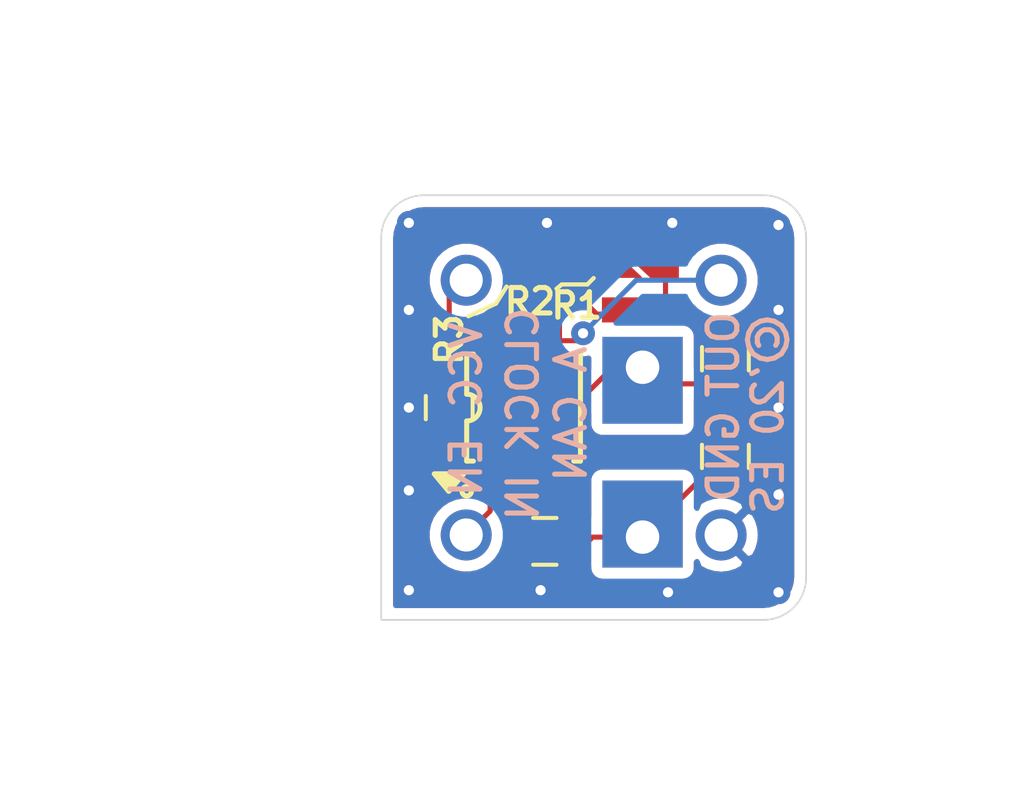
<source format=kicad_pcb>
(kicad_pcb (version 20171130) (host pcbnew "(5.1.0)-1")

  (general
    (thickness 1.6)
    (drawings 28)
    (tracks 60)
    (zones 0)
    (modules 13)
    (nets 11)
  )

  (page A4)
  (title_block
    (title ClockInAHalfCan)
    (comment 1 "Copyright (C) 2020 Eric Schlaepfer")
    (comment 2 "License. See https://creativecommons.org/licenses/by-sa/4.0/")
    (comment 3 "This work is licensed under a Creative Commons Attribution-ShareAlike 4.0 International")
  )

  (layers
    (0 F.Cu signal)
    (31 B.Cu signal)
    (32 B.Adhes user)
    (33 F.Adhes user)
    (34 B.Paste user)
    (35 F.Paste user)
    (36 B.SilkS user)
    (37 F.SilkS user)
    (38 B.Mask user)
    (39 F.Mask user)
    (40 Dwgs.User user)
    (41 Cmts.User user)
    (42 Eco1.User user)
    (43 Eco2.User user)
    (44 Edge.Cuts user)
    (45 Margin user)
    (46 B.CrtYd user)
    (47 F.CrtYd user)
    (48 B.Fab user)
    (49 F.Fab user hide)
  )

  (setup
    (last_trace_width 0.1524)
    (user_trace_width 1.016)
    (trace_clearance 0.1524)
    (zone_clearance 0.3302)
    (zone_45_only no)
    (trace_min 0.1524)
    (via_size 0.7112)
    (via_drill 0.3048)
    (via_min_size 0.7112)
    (via_min_drill 0.3048)
    (uvia_size 0.3)
    (uvia_drill 0.1)
    (uvias_allowed no)
    (uvia_min_size 0.2)
    (uvia_min_drill 0.1)
    (edge_width 0.0508)
    (segment_width 0.1524)
    (pcb_text_width 0.3048)
    (pcb_text_size 1.524 1.524)
    (mod_edge_width 0.127)
    (mod_text_size 0.889 0.889)
    (mod_text_width 0.1524)
    (pad_size 1.524 1.524)
    (pad_drill 0.762)
    (pad_to_mask_clearance 0.0508)
    (solder_mask_min_width 0.254)
    (aux_axis_origin 0 0)
    (visible_elements 7FFFFFFF)
    (pcbplotparams
      (layerselection 0x010fc_ffffffff)
      (usegerberextensions false)
      (usegerberattributes false)
      (usegerberadvancedattributes false)
      (creategerberjobfile false)
      (excludeedgelayer true)
      (linewidth 0.100000)
      (plotframeref false)
      (viasonmask false)
      (mode 1)
      (useauxorigin false)
      (hpglpennumber 1)
      (hpglpenspeed 20)
      (hpglpendiameter 15.000000)
      (psnegative false)
      (psa4output false)
      (plotreference true)
      (plotvalue false)
      (plotinvisibletext false)
      (padsonsilk false)
      (subtractmaskfromsilk false)
      (outputformat 1)
      (mirror false)
      (drillshape 0)
      (scaleselection 1)
      (outputdirectory "fab"))
  )

  (net 0 "")
  (net 1 VCC)
  (net 2 GND)
  (net 3 "Net-(C2-Pad1)")
  (net 4 "Net-(C3-Pad1)")
  (net 5 "Net-(J1-Pad1)")
  (net 6 "Net-(J8-Pad1)")
  (net 7 "Net-(R1-Pad1)")
  (net 8 "Net-(R2-Pad1)")
  (net 9 "Net-(R3-Pad1)")
  (net 10 "Net-(R4-Pad1)")

  (net_class Default "This is the default net class."
    (clearance 0.1524)
    (trace_width 0.1524)
    (via_dia 0.7112)
    (via_drill 0.3048)
    (uvia_dia 0.3)
    (uvia_drill 0.1)
    (add_net GND)
    (add_net "Net-(C2-Pad1)")
    (add_net "Net-(C3-Pad1)")
    (add_net "Net-(J1-Pad1)")
    (add_net "Net-(J8-Pad1)")
    (add_net "Net-(R1-Pad1)")
    (add_net "Net-(R2-Pad1)")
    (add_net "Net-(R3-Pad1)")
    (add_net "Net-(R4-Pad1)")
    (add_net VCC)
  )

  (module Conn:JMP1608 (layer F.Cu) (tedit 5EEE7A93) (tstamp 5EEE7B26)
    (at 131.8895 78.2955)
    (descr "0603 size solder jumper")
    (tags "solder jumper test point")
    (path /5FBCE949)
    (attr smd)
    (fp_text reference R3 (at -2.8575 2.2225 90) (layer F.SilkS)
      (effects (font (size 0.762 0.762) (thickness 0.1524)))
    )
    (fp_text value TBD (at 0 1.5) (layer F.Fab)
      (effects (font (size 1 1) (thickness 0.15)))
    )
    (fp_poly (pts (xy -0.381 -0.3556) (xy 0.381 -0.3556) (xy 0.381 0.3556) (xy -0.381 0.3556)) (layer F.Mask) (width 0.0381))
    (fp_poly (pts (xy 0.4572 -0.3556) (xy 0.3048 -0.3556) (xy -0.0762 0) (xy 0.3048 0.3556)
      (xy 0.4572 0.3556)) (layer F.Cu) (width 0.0381))
    (fp_poly (pts (xy -0.4826 -0.3556) (xy 0.0254 -0.3556) (xy -0.3556 0) (xy 0.0254 0.3556)
      (xy -0.4826 0.3556)) (layer F.Cu) (width 0.0381))
    (fp_line (start -0.8 0.4) (end -0.8 -0.4) (layer F.Fab) (width 0.1))
    (fp_line (start 0.8 0.4) (end -0.8 0.4) (layer F.Fab) (width 0.1))
    (fp_line (start 0.8 -0.4) (end 0.8 0.4) (layer F.Fab) (width 0.1))
    (fp_line (start -0.8 -0.4) (end 0.8 -0.4) (layer F.Fab) (width 0.1))
    (fp_line (start -1.2 -0.45) (end 1.2 -0.45) (layer F.CrtYd) (width 0.05))
    (fp_line (start -1.2 -0.45) (end -1.2 0.45) (layer F.CrtYd) (width 0.05))
    (fp_line (start 1.2 0.45) (end 1.2 -0.45) (layer F.CrtYd) (width 0.05))
    (fp_line (start 1.2 0.45) (end -1.2 0.45) (layer F.CrtYd) (width 0.05))
    (pad 1 smd custom (at -0.75 0) (size 0.8 0.75) (layers F.Cu F.Mask)
      (net 9 "Net-(R3-Pad1)") (zone_connect 0)
      (options (clearance outline) (anchor rect))
      (primitives
      ))
    (pad 2 smd custom (at 0.75 0) (size 0.8 0.75) (layers F.Cu F.Mask)
      (net 2 GND) (zone_connect 0)
      (options (clearance outline) (anchor rect))
      (primitives
      ))
    (model Capacitors_SMD.3dshapes/C_0603.wrl
      (at (xyz 0 0 0))
      (scale (xyz 1 1 1))
      (rotate (xyz 0 0 0))
    )
  )

  (module Conn:JMP1608 (layer F.Cu) (tedit 5EEE7A93) (tstamp 5EEE7B06)
    (at 134.747 79.629)
    (descr "0603 size solder jumper")
    (tags "solder jumper test point")
    (path /5FBCF39E)
    (attr smd)
    (fp_text reference R1 (at -1.905 -0.127) (layer F.SilkS)
      (effects (font (size 0.762 0.762) (thickness 0.1524)))
    )
    (fp_text value TBD (at 0 1.5) (layer F.Fab)
      (effects (font (size 1 1) (thickness 0.15)))
    )
    (fp_poly (pts (xy -0.381 -0.3556) (xy 0.381 -0.3556) (xy 0.381 0.3556) (xy -0.381 0.3556)) (layer F.Mask) (width 0.0381))
    (fp_poly (pts (xy 0.4572 -0.3556) (xy 0.3048 -0.3556) (xy -0.0762 0) (xy 0.3048 0.3556)
      (xy 0.4572 0.3556)) (layer F.Cu) (width 0.0381))
    (fp_poly (pts (xy -0.4826 -0.3556) (xy 0.0254 -0.3556) (xy -0.3556 0) (xy 0.0254 0.3556)
      (xy -0.4826 0.3556)) (layer F.Cu) (width 0.0381))
    (fp_line (start -0.8 0.4) (end -0.8 -0.4) (layer F.Fab) (width 0.1))
    (fp_line (start 0.8 0.4) (end -0.8 0.4) (layer F.Fab) (width 0.1))
    (fp_line (start 0.8 -0.4) (end 0.8 0.4) (layer F.Fab) (width 0.1))
    (fp_line (start -0.8 -0.4) (end 0.8 -0.4) (layer F.Fab) (width 0.1))
    (fp_line (start -1.2 -0.45) (end 1.2 -0.45) (layer F.CrtYd) (width 0.05))
    (fp_line (start -1.2 -0.45) (end -1.2 0.45) (layer F.CrtYd) (width 0.05))
    (fp_line (start 1.2 0.45) (end 1.2 -0.45) (layer F.CrtYd) (width 0.05))
    (fp_line (start 1.2 0.45) (end -1.2 0.45) (layer F.CrtYd) (width 0.05))
    (pad 1 smd custom (at -0.75 0) (size 0.8 0.75) (layers F.Cu F.Mask)
      (net 7 "Net-(R1-Pad1)") (zone_connect 0)
      (options (clearance outline) (anchor rect))
      (primitives
      ))
    (pad 2 smd custom (at 0.75 0) (size 0.8 0.75) (layers F.Cu F.Mask)
      (net 2 GND) (zone_connect 0)
      (options (clearance outline) (anchor rect))
      (primitives
      ))
    (model Capacitors_SMD.3dshapes/C_0603.wrl
      (at (xyz 0 0 0))
      (scale (xyz 1 1 1))
      (rotate (xyz 0 0 0))
    )
  )

  (module Conn:JMP1608 (layer F.Cu) (tedit 5EEE7A93) (tstamp 5EEE7B16)
    (at 134.747 78.2955)
    (descr "0603 size solder jumper")
    (tags "solder jumper test point")
    (path /5FBCF1CB)
    (attr smd)
    (fp_text reference R2 (at -3.302 1.0795) (layer F.SilkS)
      (effects (font (size 0.762 0.762) (thickness 0.1524)))
    )
    (fp_text value TBD (at 0 1.5) (layer F.Fab)
      (effects (font (size 1 1) (thickness 0.15)))
    )
    (fp_poly (pts (xy -0.381 -0.3556) (xy 0.381 -0.3556) (xy 0.381 0.3556) (xy -0.381 0.3556)) (layer F.Mask) (width 0.0381))
    (fp_poly (pts (xy 0.4572 -0.3556) (xy 0.3048 -0.3556) (xy -0.0762 0) (xy 0.3048 0.3556)
      (xy 0.4572 0.3556)) (layer F.Cu) (width 0.0381))
    (fp_poly (pts (xy -0.4826 -0.3556) (xy 0.0254 -0.3556) (xy -0.3556 0) (xy 0.0254 0.3556)
      (xy -0.4826 0.3556)) (layer F.Cu) (width 0.0381))
    (fp_line (start -0.8 0.4) (end -0.8 -0.4) (layer F.Fab) (width 0.1))
    (fp_line (start 0.8 0.4) (end -0.8 0.4) (layer F.Fab) (width 0.1))
    (fp_line (start 0.8 -0.4) (end 0.8 0.4) (layer F.Fab) (width 0.1))
    (fp_line (start -0.8 -0.4) (end 0.8 -0.4) (layer F.Fab) (width 0.1))
    (fp_line (start -1.2 -0.45) (end 1.2 -0.45) (layer F.CrtYd) (width 0.05))
    (fp_line (start -1.2 -0.45) (end -1.2 0.45) (layer F.CrtYd) (width 0.05))
    (fp_line (start 1.2 0.45) (end 1.2 -0.45) (layer F.CrtYd) (width 0.05))
    (fp_line (start 1.2 0.45) (end -1.2 0.45) (layer F.CrtYd) (width 0.05))
    (pad 1 smd custom (at -0.75 0) (size 0.8 0.75) (layers F.Cu F.Mask)
      (net 8 "Net-(R2-Pad1)") (zone_connect 0)
      (options (clearance outline) (anchor rect))
      (primitives
      ))
    (pad 2 smd custom (at 0.75 0) (size 0.8 0.75) (layers F.Cu F.Mask)
      (net 2 GND) (zone_connect 0)
      (options (clearance outline) (anchor rect))
      (primitives
      ))
    (model Capacitors_SMD.3dshapes/C_0603.wrl
      (at (xyz 0 0 0))
      (scale (xyz 1 1 1))
      (rotate (xyz 0 0 0))
    )
  )

  (module Conn:MILL-MAX_0542-0-00-15-00-00-03-0 (layer F.Cu) (tedit 5EEE6BC7) (tstamp 5EEE6D6B)
    (at 129.54 86.36)
    (path /5FBD6A80)
    (fp_text reference J1 (at 0 -1.524) (layer F.SilkS) hide
      (effects (font (size 1 1) (thickness 0.15)))
    )
    (fp_text value EN (at 0 1.778) (layer F.Fab)
      (effects (font (size 1 1) (thickness 0.15)))
    )
    (pad 1 thru_hole circle (at 0 0) (size 1.524 1.524) (drill 0.9906) (layers *.Cu *.Mask)
      (net 5 "Net-(J1-Pad1)"))
    (model :3d:mill_max-0542-0-00-15-00-00-03-0.STEP
      (offset (xyz 0 0 0.35))
      (scale (xyz 1 1 1))
      (rotate (xyz -90 0 0))
    )
  )

  (module Conn:MILL-MAX_0542-0-00-15-00-00-03-0 (layer F.Cu) (tedit 5EEE6BC7) (tstamp 5EEE6D70)
    (at 137.16 86.36)
    (path /5FBD7862)
    (fp_text reference J7 (at 0 -1.524) (layer F.SilkS) hide
      (effects (font (size 1 1) (thickness 0.15)))
    )
    (fp_text value GND (at 0 1.778) (layer F.Fab)
      (effects (font (size 1 1) (thickness 0.15)))
    )
    (pad 1 thru_hole circle (at 0 0) (size 1.524 1.524) (drill 0.9906) (layers *.Cu *.Mask)
      (net 2 GND))
    (model :3d:mill_max-0542-0-00-15-00-00-03-0.STEP
      (offset (xyz 0 0 0.35))
      (scale (xyz 1 1 1))
      (rotate (xyz -90 0 0))
    )
  )

  (module Conn:MILL-MAX_0542-0-00-15-00-00-03-0 (layer F.Cu) (tedit 5EEE6BC7) (tstamp 5EEE6D75)
    (at 137.16 78.74)
    (path /5FBD9303)
    (fp_text reference J8 (at 0 -1.524) (layer F.SilkS) hide
      (effects (font (size 1 1) (thickness 0.15)))
    )
    (fp_text value OUT (at 0 1.778) (layer F.Fab)
      (effects (font (size 1 1) (thickness 0.15)))
    )
    (pad 1 thru_hole circle (at 0 0) (size 1.524 1.524) (drill 0.9906) (layers *.Cu *.Mask)
      (net 6 "Net-(J8-Pad1)"))
    (model :3d:mill_max-0542-0-00-15-00-00-03-0.STEP
      (offset (xyz 0 0 0.35))
      (scale (xyz 1 1 1))
      (rotate (xyz -90 0 0))
    )
  )

  (module Conn:MILL-MAX_0542-0-00-15-00-00-03-0 (layer F.Cu) (tedit 5EEE6BC7) (tstamp 5EEE6D7A)
    (at 129.54 78.74)
    (path /5FBD97DC)
    (fp_text reference J14 (at 0 -1.524) (layer F.SilkS) hide
      (effects (font (size 1 1) (thickness 0.15)))
    )
    (fp_text value VDD (at 0 1.778) (layer F.Fab)
      (effects (font (size 1 1) (thickness 0.15)))
    )
    (pad 1 thru_hole circle (at 0 0) (size 1.524 1.524) (drill 0.9906) (layers *.Cu *.Mask)
      (net 1 VCC))
    (model :3d:mill_max-0542-0-00-15-00-00-03-0.STEP
      (offset (xyz 0 0 0.35))
      (scale (xyz 1 1 1))
      (rotate (xyz -90 0 0))
    )
  )

  (module Passive:CAPC1608X100 (layer F.Cu) (tedit 5E77E73E) (tstamp 5EEE6D44)
    (at 129.032 82.55 270)
    (descr "Capacitor SMD 0603, reflow soldering, AVX (see smccp.pdf)")
    (tags "capacitor 0603")
    (path /5FBC7A8F)
    (attr smd)
    (fp_text reference C1 (at 2.159 0.1905 270) (layer F.SilkS) hide
      (effects (font (size 0.762 0.762) (thickness 0.1524)))
    )
    (fp_text value 0.1uF (at 0 1.5 270) (layer F.Fab)
      (effects (font (size 1 1) (thickness 0.15)))
    )
    (fp_text user %R (at 0 -1.5 270) (layer F.Fab)
      (effects (font (size 1 1) (thickness 0.15)))
    )
    (fp_line (start -0.8 0.4) (end -0.8 -0.4) (layer F.Fab) (width 0.1))
    (fp_line (start 0.8 0.4) (end -0.8 0.4) (layer F.Fab) (width 0.1))
    (fp_line (start 0.8 -0.4) (end 0.8 0.4) (layer F.Fab) (width 0.1))
    (fp_line (start -0.8 -0.4) (end 0.8 -0.4) (layer F.Fab) (width 0.1))
    (fp_line (start -0.35 -0.7) (end 0.35 -0.7) (layer F.SilkS) (width 0.12))
    (fp_line (start 0.35 0.7) (end -0.35 0.7) (layer F.SilkS) (width 0.12))
    (fp_line (start -1.4 -0.65) (end 1.4 -0.65) (layer F.CrtYd) (width 0.05))
    (fp_line (start -1.4 -0.65) (end -1.4 0.65) (layer F.CrtYd) (width 0.05))
    (fp_line (start 1.4 0.65) (end 1.4 -0.65) (layer F.CrtYd) (width 0.05))
    (fp_line (start 1.4 0.65) (end -1.4 0.65) (layer F.CrtYd) (width 0.05))
    (pad 1 smd rect (at -0.75 0 270) (size 0.8 0.75) (layers F.Cu F.Paste F.Mask)
      (net 1 VCC))
    (pad 2 smd rect (at 0.75 0 270) (size 0.8 0.75) (layers F.Cu F.Paste F.Mask)
      (net 2 GND))
    (model ${KISYS3DMOD}/Capacitor_SMD.3dshapes/C_0603_1608Metric.step
      (at (xyz 0 0 0))
      (scale (xyz 1 1 1))
      (rotate (xyz 0 0 0))
    )
  )

  (module Passive:CAPC1608X100 (layer F.Cu) (tedit 5E77E73E) (tstamp 5EEE7B2A)
    (at 137.287 84.0105 90)
    (descr "Capacitor SMD 0603, reflow soldering, AVX (see smccp.pdf)")
    (tags "capacitor 0603")
    (path /5FBC9613)
    (attr smd)
    (fp_text reference C2 (at -2.286 0 90) (layer F.SilkS) hide
      (effects (font (size 0.889 0.889) (thickness 0.1524)))
    )
    (fp_text value TBD (at 0 1.5 90) (layer F.Fab)
      (effects (font (size 1 1) (thickness 0.15)))
    )
    (fp_line (start 1.4 0.65) (end -1.4 0.65) (layer F.CrtYd) (width 0.05))
    (fp_line (start 1.4 0.65) (end 1.4 -0.65) (layer F.CrtYd) (width 0.05))
    (fp_line (start -1.4 -0.65) (end -1.4 0.65) (layer F.CrtYd) (width 0.05))
    (fp_line (start -1.4 -0.65) (end 1.4 -0.65) (layer F.CrtYd) (width 0.05))
    (fp_line (start 0.35 0.7) (end -0.35 0.7) (layer F.SilkS) (width 0.12))
    (fp_line (start -0.35 -0.7) (end 0.35 -0.7) (layer F.SilkS) (width 0.12))
    (fp_line (start -0.8 -0.4) (end 0.8 -0.4) (layer F.Fab) (width 0.1))
    (fp_line (start 0.8 -0.4) (end 0.8 0.4) (layer F.Fab) (width 0.1))
    (fp_line (start 0.8 0.4) (end -0.8 0.4) (layer F.Fab) (width 0.1))
    (fp_line (start -0.8 0.4) (end -0.8 -0.4) (layer F.Fab) (width 0.1))
    (fp_text user %R (at 0 -1.5 90) (layer F.Fab)
      (effects (font (size 1 1) (thickness 0.15)))
    )
    (pad 2 smd rect (at 0.75 0 90) (size 0.8 0.75) (layers F.Cu F.Paste F.Mask)
      (net 2 GND))
    (pad 1 smd rect (at -0.75 0 90) (size 0.8 0.75) (layers F.Cu F.Paste F.Mask)
      (net 3 "Net-(C2-Pad1)"))
    (model ${KISYS3DMOD}/Capacitor_SMD.3dshapes/C_0603_1608Metric.step
      (at (xyz 0 0 0))
      (scale (xyz 1 1 1))
      (rotate (xyz 0 0 0))
    )
  )

  (module Passive:CAPC1608X100 (layer F.Cu) (tedit 5E77E73E) (tstamp 5EEE6D66)
    (at 137.287 81.0895 90)
    (descr "Capacitor SMD 0603, reflow soldering, AVX (see smccp.pdf)")
    (tags "capacitor 0603")
    (path /5FBC9DE9)
    (attr smd)
    (fp_text reference C3 (at 2.286 0 90) (layer F.SilkS) hide
      (effects (font (size 0.889 0.889) (thickness 0.1524)))
    )
    (fp_text value TBD (at 0 1.5 90) (layer F.Fab)
      (effects (font (size 1 1) (thickness 0.15)))
    )
    (fp_text user %R (at 0 -1.5 90) (layer F.Fab)
      (effects (font (size 1 1) (thickness 0.15)))
    )
    (fp_line (start -0.8 0.4) (end -0.8 -0.4) (layer F.Fab) (width 0.1))
    (fp_line (start 0.8 0.4) (end -0.8 0.4) (layer F.Fab) (width 0.1))
    (fp_line (start 0.8 -0.4) (end 0.8 0.4) (layer F.Fab) (width 0.1))
    (fp_line (start -0.8 -0.4) (end 0.8 -0.4) (layer F.Fab) (width 0.1))
    (fp_line (start -0.35 -0.7) (end 0.35 -0.7) (layer F.SilkS) (width 0.12))
    (fp_line (start 0.35 0.7) (end -0.35 0.7) (layer F.SilkS) (width 0.12))
    (fp_line (start -1.4 -0.65) (end 1.4 -0.65) (layer F.CrtYd) (width 0.05))
    (fp_line (start -1.4 -0.65) (end -1.4 0.65) (layer F.CrtYd) (width 0.05))
    (fp_line (start 1.4 0.65) (end 1.4 -0.65) (layer F.CrtYd) (width 0.05))
    (fp_line (start 1.4 0.65) (end -1.4 0.65) (layer F.CrtYd) (width 0.05))
    (pad 1 smd rect (at -0.75 0 90) (size 0.8 0.75) (layers F.Cu F.Paste F.Mask)
      (net 4 "Net-(C3-Pad1)"))
    (pad 2 smd rect (at 0.75 0 90) (size 0.8 0.75) (layers F.Cu F.Paste F.Mask)
      (net 2 GND))
    (model ${KISYS3DMOD}/Capacitor_SMD.3dshapes/C_0603_1608Metric.step
      (at (xyz 0 0 0))
      (scale (xyz 1 1 1))
      (rotate (xyz 0 0 0))
    )
  )

  (module Passive:RESC1608X55 (layer F.Cu) (tedit 5D5C7A92) (tstamp 5EEE6DBE)
    (at 131.8895 86.5505)
    (descr "Capacitor SMD 0603, reflow soldering, AVX (see smccp.pdf)")
    (tags "capacitor 0603")
    (path /5FBC80AF)
    (attr smd)
    (fp_text reference R4 (at 2.286 0.127) (layer F.SilkS) hide
      (effects (font (size 0.889 0.889) (thickness 0.1524)))
    )
    (fp_text value TBD (at 0 1.5) (layer F.Fab)
      (effects (font (size 1 1) (thickness 0.15)))
    )
    (fp_text user %R (at 0 -1.5) (layer F.Fab)
      (effects (font (size 1 1) (thickness 0.15)))
    )
    (fp_line (start -0.8 0.4) (end -0.8 -0.4) (layer F.Fab) (width 0.1))
    (fp_line (start 0.8 0.4) (end -0.8 0.4) (layer F.Fab) (width 0.1))
    (fp_line (start 0.8 -0.4) (end 0.8 0.4) (layer F.Fab) (width 0.1))
    (fp_line (start -0.8 -0.4) (end 0.8 -0.4) (layer F.Fab) (width 0.1))
    (fp_line (start -0.35 -0.7) (end 0.35 -0.7) (layer F.SilkS) (width 0.12))
    (fp_line (start 0.35 0.7) (end -0.35 0.7) (layer F.SilkS) (width 0.12))
    (fp_line (start -1.4 -0.65) (end 1.4 -0.65) (layer F.CrtYd) (width 0.05))
    (fp_line (start -1.4 -0.65) (end -1.4 0.65) (layer F.CrtYd) (width 0.05))
    (fp_line (start 1.4 0.65) (end 1.4 -0.65) (layer F.CrtYd) (width 0.05))
    (fp_line (start 1.4 0.65) (end -1.4 0.65) (layer F.CrtYd) (width 0.05))
    (pad 1 smd rect (at -0.75 0) (size 0.8 0.75) (layers F.Cu F.Paste F.Mask)
      (net 10 "Net-(R4-Pad1)"))
    (pad 2 smd rect (at 0.75 0) (size 0.8 0.75) (layers F.Cu F.Paste F.Mask)
      (net 3 "Net-(C2-Pad1)"))
    (model ${KISYS3DMOD}/Resistor_SMD.3dshapes/R_0603_1608Metric.step
      (at (xyz 0 0 0))
      (scale (xyz 1 1 1))
      (rotate (xyz 0 0 0))
    )
  )

  (module Active:SSOP50P400X100-10 (layer F.Cu) (tedit 5EEE55A0) (tstamp 5EEE773C)
    (at 131.2545 82.55 90)
    (descr "10-Lead Plastic Micro Small Outline Package")
    (tags "SSOP 0.5")
    (path /5FBC670B)
    (attr smd)
    (fp_text reference U1 (at 2.0955 -2.3495 90) (layer F.SilkS) hide
      (effects (font (size 0.762 0.762) (thickness 0.1524)))
    )
    (fp_text value NJU6311 (at 0 2.6 90) (layer F.Fab)
      (effects (font (size 1 1) (thickness 0.15)))
    )
    (fp_circle (center -2.5 -1.7) (end -2.4 -1.6) (layer F.SilkS) (width 0.15))
    (fp_arc (start 0 -1.7) (end 0.4 -1.7) (angle 180) (layer F.SilkS) (width 0.15))
    (fp_line (start -1.4 -1) (end -2 -1) (layer F.Fab) (width 0.254))
    (fp_line (start -1.1 -1.5) (end 1.4 -1.5) (layer F.Fab) (width 0.15))
    (fp_line (start 1.4 -1.5) (end 1.4 1.5) (layer F.Fab) (width 0.15))
    (fp_line (start 1.4 1.5) (end -1.4 1.5) (layer F.Fab) (width 0.15))
    (fp_line (start -1.4 1.5) (end -1.4 -1.2) (layer F.Fab) (width 0.15))
    (fp_line (start -1.4 -1.2) (end -1.1 -1.5) (layer F.Fab) (width 0.15))
    (fp_line (start -3.15 -1.85) (end -3.15 1.85) (layer F.CrtYd) (width 0.05))
    (fp_line (start 3.15 -1.85) (end 3.15 1.85) (layer F.CrtYd) (width 0.05))
    (fp_line (start -3.15 -1.85) (end 3.15 -1.85) (layer F.CrtYd) (width 0.05))
    (fp_line (start -3.15 1.85) (end 3.15 1.85) (layer F.CrtYd) (width 0.05))
    (fp_line (start -1.6 -1.7) (end -1.6 -1.5) (layer F.SilkS) (width 0.15))
    (fp_line (start 1.6 -1.7) (end 1.6 -1.5) (layer F.SilkS) (width 0.15))
    (fp_line (start 1.6 1.7) (end 1.6 1.5) (layer F.SilkS) (width 0.15))
    (fp_line (start -1.6 1.7) (end -1.6 1.5) (layer F.SilkS) (width 0.15))
    (fp_line (start -1.6 -1.7) (end -0.4 -1.7) (layer F.SilkS) (width 0.15))
    (fp_line (start -1.6 1.7) (end 1.6 1.7) (layer F.SilkS) (width 0.15))
    (fp_line (start -1.4 -0.5) (end -2 -0.5) (layer F.Fab) (width 0.254))
    (fp_line (start -1.4 0.5) (end -2 0.5) (layer F.Fab) (width 0.254))
    (fp_line (start -1.4 0) (end -2 0) (layer F.Fab) (width 0.254))
    (fp_line (start -1.4 1) (end -2 1) (layer F.Fab) (width 0.254))
    (fp_line (start 0.4 -1.7) (end 1.6 -1.7) (layer F.SilkS) (width 0.15))
    (fp_line (start 1.4 -1) (end 2 -1) (layer F.Fab) (width 0.254))
    (fp_line (start 1.4 -0.5) (end 2 -0.5) (layer F.Fab) (width 0.254))
    (fp_line (start 1.4 0) (end 2 0) (layer F.Fab) (width 0.254))
    (fp_line (start 1.4 0.5) (end 2 0.5) (layer F.Fab) (width 0.254))
    (fp_line (start 1.4 1) (end 2 1) (layer F.Fab) (width 0.254))
    (pad 1 smd rect (at -2 -1 90) (size 1.2 0.3) (layers F.Cu F.Paste F.Mask)
      (net 5 "Net-(J1-Pad1)"))
    (pad 2 smd rect (at -2 -0.5 90) (size 1.2 0.3) (layers F.Cu F.Paste F.Mask)
      (net 4 "Net-(C3-Pad1)"))
    (pad 3 smd rect (at -2 0 90) (size 1.2 0.3) (layers F.Cu F.Paste F.Mask)
      (net 10 "Net-(R4-Pad1)"))
    (pad 4 smd rect (at -2 0.5 90) (size 1.2 0.3) (layers F.Cu F.Paste F.Mask))
    (pad 5 smd rect (at -2 1 90) (size 1.2 0.3) (layers F.Cu F.Paste F.Mask)
      (net 2 GND))
    (pad 6 smd rect (at 2 1 90) (size 1.2 0.3) (layers F.Cu F.Paste F.Mask)
      (net 6 "Net-(J8-Pad1)"))
    (pad 7 smd rect (at 2 0.5 90) (size 1.2 0.3) (layers F.Cu F.Paste F.Mask)
      (net 7 "Net-(R1-Pad1)"))
    (pad 8 smd rect (at 2 0 90) (size 1.2 0.3) (layers F.Cu F.Paste F.Mask)
      (net 8 "Net-(R2-Pad1)"))
    (pad 9 smd rect (at 2 -0.5 90) (size 1.2 0.3) (layers F.Cu F.Paste F.Mask)
      (net 9 "Net-(R3-Pad1)"))
    (pad 10 smd rect (at 2 -1 90) (size 1.2 0.3) (layers F.Cu F.Paste F.Mask)
      (net 1 VCC))
    (model ${KISYS3DMOD}/Package_SO.3dshapes/TSSOP-10_3x3mm_P0.5mm.step
      (at (xyz 0 0 0))
      (scale (xyz 1 1 1))
      (rotate (xyz 0 0 0))
    )
    (model ${KISYS3DMOD}/Package_SO.3dshapes/VSSOP-10_3x3mm_P0.5mm.step
      (at (xyz 0 0 0))
      (scale (xyz 1 1 1))
      (rotate (xyz 0 0 0))
    )
  )

  (module Passive:XTAL500X320_HYBRID (layer F.Cu) (tedit 5EEE6340) (tstamp 5EEE8704)
    (at 134.8105 83.8835 270)
    (descr "Crystal, hybrid SMT 5.0x3.2 and HC49 PTH")
    (tags "SMD SMT crystal")
    (path /5FBCABD1)
    (attr smd)
    (fp_text reference Y1 (at -4.318 0 180) (layer F.SilkS) hide
      (effects (font (size 0.889 0.889) (thickness 0.1524)))
    )
    (fp_text value XTAL (at 0 2.8 270) (layer F.Fab)
      (effects (font (size 1 1) (thickness 0.15)))
    )
    (fp_line (start 3.55 -1.7) (end -3.55 -1.7) (layer F.CrtYd) (width 0.05))
    (fp_line (start 3.55 1.7) (end 3.55 -1.7) (layer F.CrtYd) (width 0.05))
    (fp_line (start -3.55 1.7) (end 3.55 1.7) (layer F.CrtYd) (width 0.05))
    (fp_line (start -3.55 -1.7) (end -3.55 1.7) (layer F.CrtYd) (width 0.05))
    (fp_line (start -2.5 0.6) (end -1.5 1.6) (layer F.Fab) (width 0.1))
    (fp_line (start -2.5 -1.4) (end -2.3 -1.6) (layer F.Fab) (width 0.1))
    (fp_line (start -2.5 1.4) (end -2.5 -1.4) (layer F.Fab) (width 0.1))
    (fp_line (start -2.3 1.6) (end -2.5 1.4) (layer F.Fab) (width 0.1))
    (fp_line (start 2.3 1.6) (end -2.3 1.6) (layer F.Fab) (width 0.1))
    (fp_line (start 2.5 1.4) (end 2.3 1.6) (layer F.Fab) (width 0.1))
    (fp_line (start 2.5 -1.4) (end 2.5 1.4) (layer F.Fab) (width 0.1))
    (fp_line (start 2.3 -1.6) (end 2.5 -1.4) (layer F.Fab) (width 0.1))
    (fp_line (start -2.3 -1.6) (end 2.3 -1.6) (layer F.Fab) (width 0.1))
    (fp_circle (center 0 0) (end 0.093333 0) (layer F.Adhes) (width 0.186667))
    (fp_circle (center 0 0) (end 0.213333 0) (layer F.Adhes) (width 0.133333))
    (fp_circle (center 0 0) (end 0.333333 0) (layer F.Adhes) (width 0.133333))
    (fp_circle (center 0 0) (end 0.4 0) (layer F.Adhes) (width 0.1))
    (pad 2 thru_hole rect (at 2.54 0 270) (size 2.6 2.4) (drill 1 (offset -0.39 0)) (layers *.Cu *.Mask)
      (net 3 "Net-(C2-Pad1)"))
    (pad 1 thru_hole rect (at -2.54 0 90) (size 2.6 2.4) (drill 1 (offset -0.39 0)) (layers *.Cu *.Mask)
      (net 4 "Net-(C3-Pad1)"))
    (model "C:/Program Files/KiCad4/share/kicad/modules/packages3d/Crystals.3dshapes/Crystal_SMD_5032-2pin_5.0x3.2mm.step"
      (at (xyz 0 0 0))
      (scale (xyz 1 1 1))
      (rotate (xyz 0 0 0))
    )
  )

  (gr_line (start 133.1595 78.867) (end 133.35 78.6765) (layer F.SilkS) (width 0.127))
  (gr_line (start 132.3975 78.867) (end 133.1595 78.867) (layer F.SilkS) (width 0.127))
  (gr_line (start 132.2395 78.9955) (end 132.3975 78.867) (layer F.SilkS) (width 0.127))
  (gr_line (start 130.429 79.4385) (end 130.7465 78.9305) (layer F.SilkS) (width 0.127))
  (gr_line (start 129.6035 79.8195) (end 130.429 79.4385) (layer F.SilkS) (width 0.127))
  (gr_text "CLOCK IN\nA CAN\n" (at 131.953 82.7405 90) (layer B.SilkS) (tstamp 5EEE93EE)
    (effects (font (size 0.889 0.889) (thickness 0.1524)) (justify mirror))
  )
  (gr_text "©'20 ES\n" (at 138.557 82.7405 90) (layer B.SilkS)
    (effects (font (size 0.889 0.889) (thickness 0.1524)) (justify mirror))
  )
  (gr_text OUT (at 137.2235 80.9625 90) (layer B.SilkS) (tstamp 5EEE905F)
    (effects (font (size 0.889 0.889) (thickness 0.1524)) (justify mirror))
  )
  (gr_text VCC (at 129.54 81.28 90) (layer B.SilkS) (tstamp 5EEE905B)
    (effects (font (size 0.889 0.889) (thickness 0.1524)) (justify mirror))
  )
  (gr_text GND (at 137.2235 84.0105 90) (layer B.SilkS) (tstamp 5EEE9052)
    (effects (font (size 0.889 0.889) (thickness 0.1524)) (justify mirror))
  )
  (gr_text EN (at 129.54 84.328 90) (layer B.SilkS)
    (effects (font (size 0.889 0.889) (thickness 0.1524)) (justify mirror))
  )
  (dimension 12.7 (width 0.1524) (layer Dwgs.User)
    (gr_text "0.5000 in" (at 144.8308 82.55 270) (layer Dwgs.User)
      (effects (font (size 1.016 1.016) (thickness 0.1524)))
    )
    (feature1 (pts (xy 140.97 88.9) (xy 144.096421 88.9)))
    (feature2 (pts (xy 140.97 76.2) (xy 144.096421 76.2)))
    (crossbar (pts (xy 143.51 76.2) (xy 143.51 88.9)))
    (arrow1a (pts (xy 143.51 88.9) (xy 142.923579 87.773496)))
    (arrow1b (pts (xy 143.51 88.9) (xy 144.096421 87.773496)))
    (arrow2a (pts (xy 143.51 76.2) (xy 142.923579 77.326504)))
    (arrow2b (pts (xy 143.51 76.2) (xy 144.096421 77.326504)))
  )
  (dimension 12.7 (width 0.1524) (layer Dwgs.User)
    (gr_text "0.5000 in" (at 133.35 95.300799) (layer Dwgs.User)
      (effects (font (size 1.016 1.016) (thickness 0.1524)))
    )
    (feature1 (pts (xy 139.7 91.44) (xy 139.7 94.56642)))
    (feature2 (pts (xy 127 91.44) (xy 127 94.56642)))
    (crossbar (pts (xy 127 93.979999) (xy 139.7 93.979999)))
    (arrow1a (pts (xy 139.7 93.979999) (xy 138.573496 94.56642)))
    (arrow1b (pts (xy 139.7 93.979999) (xy 138.573496 93.393578)))
    (arrow2a (pts (xy 127 93.979999) (xy 128.126504 94.56642)))
    (arrow2b (pts (xy 127 93.979999) (xy 128.126504 93.393578)))
  )
  (gr_line (start 127.8255 77.0255) (end 138.8745 77.0255) (layer F.Mask) (width 1.016) (tstamp 5EEE8D54))
  (gr_line (start 127.8255 77.0255) (end 127.8255 88.0745) (layer F.Mask) (width 1.016) (tstamp 5EEE8CD2))
  (gr_line (start 138.8745 77.0255) (end 138.8745 88.0745) (layer F.Mask) (width 1.016) (tstamp 5EEE72D1))
  (gr_line (start 127.8255 88.0745) (end 138.8745 88.0745) (layer F.Mask) (width 1.016))
  (gr_line (start 125.095 82.55) (end 140.97 82.55) (layer Dwgs.User) (width 0.1524) (tstamp 5EEE8199))
  (gr_line (start 133.35 74.295) (end 133.35 90.17) (layer Dwgs.User) (width 0.1524))
  (dimension 7.62 (width 0.1524) (layer Dwgs.User)
    (gr_text "0.3000 in" (at 133.35 71.0692) (layer Dwgs.User)
      (effects (font (size 1.016 1.016) (thickness 0.1524)))
    )
    (feature1 (pts (xy 137.16 74.93) (xy 137.16 71.803579)))
    (feature2 (pts (xy 129.54 74.93) (xy 129.54 71.803579)))
    (crossbar (pts (xy 129.54 72.39) (xy 137.16 72.39)))
    (arrow1a (pts (xy 137.16 72.39) (xy 136.033496 72.976421)))
    (arrow1b (pts (xy 137.16 72.39) (xy 136.033496 71.803579)))
    (arrow2a (pts (xy 129.54 72.39) (xy 130.666504 72.976421)))
    (arrow2b (pts (xy 129.54 72.39) (xy 130.666504 71.803579)))
  )
  (dimension 7.62 (width 0.1524) (layer Dwgs.User)
    (gr_text "0.3000 in" (at 119.3292 82.55 270) (layer Dwgs.User)
      (effects (font (size 1.016 1.016) (thickness 0.1524)))
    )
    (feature1 (pts (xy 125.73 86.36) (xy 120.063579 86.36)))
    (feature2 (pts (xy 125.73 78.74) (xy 120.063579 78.74)))
    (crossbar (pts (xy 120.65 78.74) (xy 120.65 86.36)))
    (arrow1a (pts (xy 120.65 86.36) (xy 120.063579 85.233496)))
    (arrow1b (pts (xy 120.65 86.36) (xy 121.236421 85.233496)))
    (arrow2a (pts (xy 120.65 78.74) (xy 120.063579 79.866504)))
    (arrow2b (pts (xy 120.65 78.74) (xy 121.236421 79.866504)))
  )
  (gr_arc (start 138.43 87.63) (end 138.43 88.9) (angle -90) (layer Edge.Cuts) (width 0.0508))
  (gr_arc (start 138.43 77.47) (end 139.7 77.47) (angle -90) (layer Edge.Cuts) (width 0.0508))
  (gr_arc (start 128.27 77.47) (end 128.27 76.2) (angle -90) (layer Edge.Cuts) (width 0.0508))
  (gr_line (start 127 88.9) (end 127 77.47) (layer Edge.Cuts) (width 0.0508) (tstamp 5EEE6F83))
  (gr_line (start 138.43 88.9) (end 127 88.9) (layer Edge.Cuts) (width 0.0508))
  (gr_line (start 139.7 77.47) (end 139.7 87.63) (layer Edge.Cuts) (width 0.0508))
  (gr_line (start 128.27 76.2) (end 138.43 76.2) (layer Edge.Cuts) (width 0.0508))

  (segment (start 129.921 78.359) (end 129.54 78.74) (width 0.1524) (layer F.Cu) (net 1))
  (segment (start 129.032 81.8) (end 130.163 81.8) (width 0.1524) (layer F.Cu) (net 1))
  (segment (start 129.032 79.248) (end 129.54 78.74) (width 0.1524) (layer F.Cu) (net 1))
  (segment (start 129.032 81.8) (end 129.032 79.248) (width 0.1524) (layer F.Cu) (net 1))
  (segment (start 130.2545 81.7085) (end 130.163 81.8) (width 0.1524) (layer F.Cu) (net 1))
  (segment (start 130.2545 80.55) (end 130.2545 81.7085) (width 0.1524) (layer F.Cu) (net 1))
  (via (at 127.8255 77.0255) (size 0.7112) (drill 0.3048) (layers F.Cu B.Cu) (net 2))
  (via (at 127.8255 79.629) (size 0.7112) (drill 0.3048) (layers F.Cu B.Cu) (net 2))
  (via (at 127.8255 82.55) (size 0.7112) (drill 0.3048) (layers F.Cu B.Cu) (net 2))
  (via (at 127.8255 88.011) (size 0.7112) (drill 0.3048) (layers F.Cu B.Cu) (net 2))
  (via (at 127.8255 85.0265) (size 0.7112) (drill 0.3048) (layers F.Cu B.Cu) (net 2))
  (via (at 138.8745 77.089) (size 0.7112) (drill 0.3048) (layers F.Cu B.Cu) (net 2) (tstamp 5EEE72C8))
  (via (at 138.8745 79.629) (size 0.7112) (drill 0.3048) (layers F.Cu B.Cu) (net 2) (tstamp 5EEE72CB))
  (via (at 138.8745 82.55) (size 0.7112) (drill 0.3048) (layers F.Cu B.Cu) (net 2) (tstamp 5EEE72CE))
  (via (at 138.8745 88.0745) (size 0.7112) (drill 0.3048) (layers F.Cu B.Cu) (net 2) (tstamp 5EEE72C5))
  (via (at 135.5725 88.0745) (size 0.7112) (drill 0.3048) (layers F.Cu B.Cu) (net 2) (tstamp 5EEE8D6E))
  (via (at 135.6995 77.0255) (size 0.7112) (drill 0.3048) (layers F.Cu B.Cu) (net 2) (tstamp 5EEE8D7F))
  (via (at 131.953 77.0255) (size 0.7112) (drill 0.3048) (layers F.Cu B.Cu) (net 2) (tstamp 5EEE8DA9))
  (via (at 131.7625 88.011) (size 0.7112) (drill 0.3048) (layers F.Cu B.Cu) (net 2) (tstamp 5EEE8DB1))
  (via (at 138.8745 85.1535) (size 0.7112) (drill 0.3048) (layers F.Cu B.Cu) (net 2) (tstamp 5EEE7C74))
  (segment (start 132.6395 78.2955) (end 132.6395 77.1405) (width 0.1524) (layer F.Cu) (net 2))
  (segment (start 132.5245 77.0255) (end 131.953 77.0255) (width 0.1524) (layer F.Cu) (net 2))
  (segment (start 132.6395 77.1405) (end 132.5245 77.0255) (width 0.1524) (layer F.Cu) (net 2))
  (segment (start 135.497 79.629) (end 135.497 78.2955) (width 0.1524) (layer F.Cu) (net 2))
  (segment (start 135.497 77.228) (end 135.6995 77.0255) (width 0.1524) (layer F.Cu) (net 2))
  (segment (start 135.497 78.2955) (end 135.497 77.228) (width 0.1524) (layer F.Cu) (net 2))
  (segment (start 133.3189 86.4235) (end 134.8105 86.4235) (width 0.1524) (layer F.Cu) (net 3))
  (segment (start 133.1919 86.5505) (end 133.3189 86.4235) (width 0.1524) (layer F.Cu) (net 3))
  (segment (start 132.6395 86.5505) (end 133.1919 86.5505) (width 0.1524) (layer F.Cu) (net 3))
  (segment (start 136.4735 84.7605) (end 137.287 84.7605) (width 0.1524) (layer F.Cu) (net 3))
  (segment (start 134.8105 86.4235) (end 136.4735 84.7605) (width 0.1524) (layer F.Cu) (net 3))
  (segment (start 134.8105 81.3435) (end 133.9215 81.3435) (width 0.1524) (layer F.Cu) (net 4))
  (segment (start 133.9215 81.3435) (end 132.2705 82.9945) (width 0.1524) (layer F.Cu) (net 4))
  (segment (start 132.2705 82.9945) (end 131.191 82.9945) (width 0.1524) (layer F.Cu) (net 4))
  (segment (start 130.7545 83.431) (end 130.7545 84.55) (width 0.1524) (layer F.Cu) (net 4))
  (segment (start 131.191 82.9945) (end 130.7545 83.431) (width 0.1524) (layer F.Cu) (net 4))
  (segment (start 135.3065 81.8395) (end 137.287 81.8395) (width 0.1524) (layer F.Cu) (net 4))
  (segment (start 134.8105 81.3435) (end 135.3065 81.8395) (width 0.1524) (layer F.Cu) (net 4))
  (segment (start 130.2545 85.6455) (end 129.54 86.36) (width 0.1524) (layer F.Cu) (net 5))
  (segment (start 130.2545 84.55) (end 130.2545 85.6455) (width 0.1524) (layer F.Cu) (net 5))
  (via (at 133.0325 80.3275) (size 0.7112) (drill 0.3048) (layers F.Cu B.Cu) (net 6))
  (segment (start 132.2545 80.55) (end 132.81 80.55) (width 0.1524) (layer F.Cu) (net 6))
  (segment (start 132.81 80.55) (end 133.0325 80.3275) (width 0.1524) (layer F.Cu) (net 6))
  (segment (start 134.62 78.74) (end 137.16 78.74) (width 0.1524) (layer B.Cu) (net 6))
  (segment (start 133.0325 80.3275) (end 134.62 78.74) (width 0.1524) (layer B.Cu) (net 6))
  (segment (start 131.7545 79.764) (end 131.7545 80.55) (width 0.1524) (layer F.Cu) (net 7))
  (segment (start 131.953 79.5655) (end 131.7545 79.764) (width 0.1524) (layer F.Cu) (net 7))
  (segment (start 133.2541 79.5655) (end 131.953 79.5655) (width 0.1524) (layer F.Cu) (net 7))
  (segment (start 133.997 79.756) (end 133.4446 79.756) (width 0.1524) (layer F.Cu) (net 7))
  (segment (start 133.4446 79.756) (end 133.2541 79.5655) (width 0.1524) (layer F.Cu) (net 7))
  (segment (start 131.2545 79.375) (end 131.2545 80.55) (width 0.1524) (layer F.Cu) (net 8))
  (segment (start 131.572 79.0575) (end 131.2545 79.375) (width 0.1524) (layer F.Cu) (net 8))
  (segment (start 133.997 78.2955) (end 133.235 79.0575) (width 0.1524) (layer F.Cu) (net 8))
  (segment (start 133.235 79.0575) (end 131.572 79.0575) (width 0.1524) (layer F.Cu) (net 8))
  (segment (start 130.945 78.49) (end 131.1395 78.2955) (width 0.1524) (layer F.Cu) (net 9))
  (segment (start 131.1395 78.8229) (end 131.1395 78.2955) (width 0.1524) (layer F.Cu) (net 9))
  (segment (start 130.7545 79.2079) (end 131.1395 78.8229) (width 0.1524) (layer F.Cu) (net 9))
  (segment (start 130.7545 80.55) (end 130.7545 79.2079) (width 0.1524) (layer F.Cu) (net 9))
  (segment (start 131.2545 86.4355) (end 131.1395 86.5505) (width 0.1524) (layer F.Cu) (net 10))
  (segment (start 131.2545 84.55) (end 131.2545 86.4355) (width 0.1524) (layer F.Cu) (net 10))

  (zone (net 2) (net_name GND) (layer F.Cu) (tstamp 5EFF7A02) (hatch edge 0.508)
    (connect_pads (clearance 0.3302))
    (min_thickness 0.1524)
    (fill yes (arc_segments 32) (thermal_gap 0.3302) (thermal_bridge_width 0.254))
    (polygon
      (pts
        (xy 127 76.2) (xy 127 88.9) (xy 139.7 88.9) (xy 139.7 76.2)
      )
    )
    (filled_polygon
      (pts
        (xy 138.592405 76.649794) (xy 138.748624 76.69696) (xy 138.892707 76.77357) (xy 139.019167 76.876709) (xy 139.123181 77.00244)
        (xy 139.200797 77.145988) (xy 139.249051 77.301872) (xy 139.2682 77.484062) (xy 139.268201 87.608874) (xy 139.250206 87.792405)
        (xy 139.20304 87.948624) (xy 139.12643 88.092707) (xy 139.023293 88.219166) (xy 138.897557 88.323183) (xy 138.754013 88.400797)
        (xy 138.598128 88.449052) (xy 138.415938 88.4682) (xy 127.4318 88.4682) (xy 127.4318 83.7) (xy 128.248634 83.7)
        (xy 128.256481 83.779668) (xy 128.279719 83.856275) (xy 128.317456 83.926876) (xy 128.368242 83.988758) (xy 128.430124 84.039544)
        (xy 128.500725 84.077281) (xy 128.577332 84.100519) (xy 128.657 84.108366) (xy 128.8796 84.1064) (xy 128.9812 84.0048)
        (xy 128.9812 83.3508) (xy 128.3522 83.3508) (xy 128.2506 83.4524) (xy 128.248634 83.7) (xy 127.4318 83.7)
        (xy 127.4318 81.4) (xy 128.248634 81.4) (xy 128.248634 82.2) (xy 128.256481 82.279668) (xy 128.279719 82.356275)
        (xy 128.317456 82.426876) (xy 128.368242 82.488758) (xy 128.430124 82.539544) (xy 128.449686 82.55) (xy 128.430124 82.560456)
        (xy 128.368242 82.611242) (xy 128.317456 82.673124) (xy 128.279719 82.743725) (xy 128.256481 82.820332) (xy 128.248634 82.9)
        (xy 128.2506 83.1476) (xy 128.3522 83.2492) (xy 128.9812 83.2492) (xy 128.9812 83.2292) (xy 129.0828 83.2292)
        (xy 129.0828 83.2492) (xy 129.7118 83.2492) (xy 129.8134 83.1476) (xy 129.815366 82.9) (xy 129.807519 82.820332)
        (xy 129.784281 82.743725) (xy 129.746544 82.673124) (xy 129.695758 82.611242) (xy 129.633876 82.560456) (xy 129.614314 82.55)
        (xy 129.633876 82.539544) (xy 129.695758 82.488758) (xy 129.746544 82.426876) (xy 129.784281 82.356275) (xy 129.80663 82.2826)
        (xy 130.139295 82.2826) (xy 130.163 82.284935) (xy 130.186705 82.2826) (xy 130.186707 82.2826) (xy 130.257606 82.275617)
        (xy 130.348577 82.248022) (xy 130.432415 82.203209) (xy 130.505901 82.142901) (xy 130.521017 82.124482) (xy 130.578982 82.066517)
        (xy 130.597401 82.051401) (xy 130.657709 81.977915) (xy 130.702522 81.894077) (xy 130.730117 81.803106) (xy 130.7371 81.732207)
        (xy 130.739435 81.7085) (xy 130.7371 81.684793) (xy 130.7371 81.558366) (xy 130.9045 81.558366) (xy 130.984168 81.550519)
        (xy 131.0045 81.544351) (xy 131.024832 81.550519) (xy 131.1045 81.558366) (xy 131.4045 81.558366) (xy 131.484168 81.550519)
        (xy 131.5045 81.544351) (xy 131.524832 81.550519) (xy 131.6045 81.558366) (xy 131.9045 81.558366) (xy 131.984168 81.550519)
        (xy 132.0045 81.544351) (xy 132.024832 81.550519) (xy 132.1045 81.558366) (xy 132.4045 81.558366) (xy 132.484168 81.550519)
        (xy 132.560775 81.527281) (xy 132.631376 81.489544) (xy 132.693258 81.438758) (xy 132.744044 81.376876) (xy 132.781781 81.306275)
        (xy 132.805019 81.229668) (xy 132.812866 81.15) (xy 132.812866 81.060741) (xy 132.95745 81.0895) (xy 133.10755 81.0895)
        (xy 133.202134 81.070686) (xy 133.202134 81.380366) (xy 132.070601 82.5119) (xy 131.214704 82.5119) (xy 131.190999 82.509565)
        (xy 131.167294 82.5119) (xy 131.167293 82.5119) (xy 131.096394 82.518883) (xy 131.005423 82.546478) (xy 130.921585 82.591291)
        (xy 130.848099 82.651599) (xy 130.832983 82.670018) (xy 130.430018 83.072983) (xy 130.411599 83.088099) (xy 130.351291 83.161585)
        (xy 130.306478 83.245424) (xy 130.278883 83.336395) (xy 130.272844 83.397708) (xy 130.269565 83.431) (xy 130.2719 83.454705)
        (xy 130.2719 83.541634) (xy 130.1045 83.541634) (xy 130.024832 83.549481) (xy 129.948225 83.572719) (xy 129.877624 83.610456)
        (xy 129.815742 83.661242) (xy 129.815065 83.662067) (xy 129.8134 83.4524) (xy 129.7118 83.3508) (xy 129.0828 83.3508)
        (xy 129.0828 84.0048) (xy 129.1844 84.1064) (xy 129.407 84.108366) (xy 129.486668 84.100519) (xy 129.563275 84.077281)
        (xy 129.633876 84.039544) (xy 129.695758 83.988758) (xy 129.696134 83.9883) (xy 129.696134 85.15) (xy 129.701134 85.200761)
        (xy 129.655077 85.1916) (xy 129.424923 85.1916) (xy 129.19919 85.236501) (xy 128.986555 85.324578) (xy 128.795189 85.452445)
        (xy 128.632445 85.615189) (xy 128.504578 85.806555) (xy 128.416501 86.01919) (xy 128.3716 86.244923) (xy 128.3716 86.475077)
        (xy 128.416501 86.70081) (xy 128.504578 86.913445) (xy 128.632445 87.104811) (xy 128.795189 87.267555) (xy 128.986555 87.395422)
        (xy 129.19919 87.483499) (xy 129.424923 87.5284) (xy 129.655077 87.5284) (xy 129.88081 87.483499) (xy 130.093445 87.395422)
        (xy 130.284811 87.267555) (xy 130.399971 87.152395) (xy 130.450742 87.214258) (xy 130.512624 87.265044) (xy 130.583225 87.302781)
        (xy 130.659832 87.326019) (xy 130.7395 87.333866) (xy 131.5395 87.333866) (xy 131.619168 87.326019) (xy 131.695775 87.302781)
        (xy 131.766376 87.265044) (xy 131.828258 87.214258) (xy 131.879044 87.152376) (xy 131.8895 87.132814) (xy 131.899956 87.152376)
        (xy 131.950742 87.214258) (xy 132.012624 87.265044) (xy 132.083225 87.302781) (xy 132.159832 87.326019) (xy 132.2395 87.333866)
        (xy 133.0395 87.333866) (xy 133.119168 87.326019) (xy 133.195775 87.302781) (xy 133.202134 87.299382) (xy 133.202134 87.3335)
        (xy 133.209981 87.413168) (xy 133.233219 87.489775) (xy 133.270956 87.560376) (xy 133.321742 87.622258) (xy 133.383624 87.673044)
        (xy 133.454225 87.710781) (xy 133.530832 87.734019) (xy 133.6105 87.741866) (xy 136.0105 87.741866) (xy 136.090168 87.734019)
        (xy 136.166775 87.710781) (xy 136.237376 87.673044) (xy 136.299258 87.622258) (xy 136.350044 87.560376) (xy 136.387781 87.489775)
        (xy 136.411019 87.413168) (xy 136.418866 87.3335) (xy 136.418866 87.172979) (xy 136.438435 87.15341) (xy 136.511654 87.338798)
        (xy 136.715066 87.446477) (xy 136.935576 87.512402) (xy 137.164711 87.534042) (xy 137.393664 87.510564) (xy 137.613639 87.44287)
        (xy 137.808346 87.338798) (xy 137.881566 87.153408) (xy 137.16 86.431842) (xy 137.145858 86.445985) (xy 137.074016 86.374143)
        (xy 137.088158 86.36) (xy 137.231842 86.36) (xy 137.953408 87.081566) (xy 138.138798 87.008346) (xy 138.246477 86.804934)
        (xy 138.312402 86.584424) (xy 138.334042 86.355289) (xy 138.310564 86.126336) (xy 138.24287 85.906361) (xy 138.138798 85.711654)
        (xy 137.953408 85.638434) (xy 137.231842 86.36) (xy 137.088158 86.36) (xy 137.074016 86.345858) (xy 137.145858 86.274016)
        (xy 137.16 86.288158) (xy 137.881566 85.566592) (xy 137.861138 85.51487) (xy 137.888876 85.500044) (xy 137.950758 85.449258)
        (xy 138.001544 85.387376) (xy 138.039281 85.316775) (xy 138.062519 85.240168) (xy 138.070366 85.1605) (xy 138.070366 84.3605)
        (xy 138.062519 84.280832) (xy 138.039281 84.204225) (xy 138.001544 84.133624) (xy 137.950758 84.071742) (xy 137.888876 84.020956)
        (xy 137.869314 84.0105) (xy 137.888876 84.000044) (xy 137.950758 83.949258) (xy 138.001544 83.887376) (xy 138.039281 83.816775)
        (xy 138.062519 83.740168) (xy 138.070366 83.6605) (xy 138.0684 83.4129) (xy 137.9668 83.3113) (xy 137.3378 83.3113)
        (xy 137.3378 83.3313) (xy 137.2362 83.3313) (xy 137.2362 83.3113) (xy 136.6072 83.3113) (xy 136.5056 83.4129)
        (xy 136.503634 83.6605) (xy 136.511481 83.740168) (xy 136.534719 83.816775) (xy 136.572456 83.887376) (xy 136.623242 83.949258)
        (xy 136.685124 84.000044) (xy 136.704686 84.0105) (xy 136.685124 84.020956) (xy 136.623242 84.071742) (xy 136.572456 84.133624)
        (xy 136.534719 84.204225) (xy 136.51237 84.2779) (xy 136.497204 84.2779) (xy 136.473499 84.275565) (xy 136.449794 84.2779)
        (xy 136.449793 84.2779) (xy 136.378894 84.284883) (xy 136.287923 84.312478) (xy 136.204085 84.357291) (xy 136.19016 84.368719)
        (xy 136.166775 84.356219) (xy 136.090168 84.332981) (xy 136.0105 84.325134) (xy 133.6105 84.325134) (xy 133.530832 84.332981)
        (xy 133.454225 84.356219) (xy 133.383624 84.393956) (xy 133.321742 84.444742) (xy 133.270956 84.506624) (xy 133.233219 84.577225)
        (xy 133.209981 84.653832) (xy 133.202134 84.7335) (xy 133.202134 85.801618) (xy 133.195775 85.798219) (xy 133.119168 85.774981)
        (xy 133.0395 85.767134) (xy 132.2395 85.767134) (xy 132.159832 85.774981) (xy 132.083225 85.798219) (xy 132.012624 85.835956)
        (xy 131.950742 85.886742) (xy 131.899956 85.948624) (xy 131.8895 85.968186) (xy 131.879044 85.948624) (xy 131.828258 85.886742)
        (xy 131.766376 85.835956) (xy 131.7371 85.820308) (xy 131.7371 85.558366) (xy 131.9045 85.558366) (xy 131.984168 85.550519)
        (xy 132.00445 85.544367) (xy 132.024233 85.5504) (xy 132.1021 85.5564) (xy 132.2037 85.4548) (xy 132.2037 85.426035)
        (xy 132.244044 85.376876) (xy 132.281781 85.306275) (xy 132.305019 85.229668) (xy 132.3053 85.226815) (xy 132.3053 85.4548)
        (xy 132.4069 85.5564) (xy 132.484767 85.5504) (xy 132.561338 85.527047) (xy 132.631883 85.489205) (xy 132.693689 85.438327)
        (xy 132.744382 85.376368) (xy 132.782014 85.305711) (xy 132.805138 85.22907) (xy 132.812866 85.14939) (xy 132.8109 84.7024)
        (xy 132.7093 84.6008) (xy 132.312866 84.6008) (xy 132.312866 84.4992) (xy 132.7093 84.4992) (xy 132.8109 84.3976)
        (xy 132.812866 83.95061) (xy 132.805138 83.87093) (xy 132.782014 83.794289) (xy 132.744382 83.723632) (xy 132.693689 83.661673)
        (xy 132.631883 83.610795) (xy 132.561338 83.572953) (xy 132.484767 83.5496) (xy 132.4069 83.5436) (xy 132.3053 83.6452)
        (xy 132.3053 83.873185) (xy 132.305019 83.870332) (xy 132.281781 83.793725) (xy 132.244044 83.723124) (xy 132.2037 83.673965)
        (xy 132.2037 83.6452) (xy 132.1021 83.5436) (xy 132.024233 83.5496) (xy 132.00445 83.555633) (xy 131.984168 83.549481)
        (xy 131.9045 83.541634) (xy 131.6045 83.541634) (xy 131.524832 83.549481) (xy 131.5045 83.555649) (xy 131.484168 83.549481)
        (xy 131.4045 83.541634) (xy 131.326365 83.541634) (xy 131.390899 83.4771) (xy 132.246795 83.4771) (xy 132.2705 83.479435)
        (xy 132.294205 83.4771) (xy 132.294207 83.4771) (xy 132.365106 83.470117) (xy 132.456077 83.442522) (xy 132.539915 83.397709)
        (xy 132.613401 83.337401) (xy 132.628517 83.318982) (xy 133.202134 82.745365) (xy 133.202134 83.0335) (xy 133.209981 83.113168)
        (xy 133.233219 83.189775) (xy 133.270956 83.260376) (xy 133.321742 83.322258) (xy 133.383624 83.373044) (xy 133.454225 83.410781)
        (xy 133.530832 83.434019) (xy 133.6105 83.441866) (xy 136.0105 83.441866) (xy 136.090168 83.434019) (xy 136.166775 83.410781)
        (xy 136.237376 83.373044) (xy 136.299258 83.322258) (xy 136.350044 83.260376) (xy 136.387781 83.189775) (xy 136.411019 83.113168)
        (xy 136.418866 83.0335) (xy 136.418866 82.3221) (xy 136.51237 82.3221) (xy 136.534719 82.395775) (xy 136.572456 82.466376)
        (xy 136.623242 82.528258) (xy 136.649734 82.55) (xy 136.623242 82.571742) (xy 136.572456 82.633624) (xy 136.534719 82.704225)
        (xy 136.511481 82.780832) (xy 136.503634 82.8605) (xy 136.5056 83.1081) (xy 136.6072 83.2097) (xy 137.2362 83.2097)
        (xy 137.2362 83.1897) (xy 137.3378 83.1897) (xy 137.3378 83.2097) (xy 137.9668 83.2097) (xy 138.0684 83.1081)
        (xy 138.070366 82.8605) (xy 138.062519 82.780832) (xy 138.039281 82.704225) (xy 138.001544 82.633624) (xy 137.950758 82.571742)
        (xy 137.924266 82.55) (xy 137.950758 82.528258) (xy 138.001544 82.466376) (xy 138.039281 82.395775) (xy 138.062519 82.319168)
        (xy 138.070366 82.2395) (xy 138.070366 81.4395) (xy 138.062519 81.359832) (xy 138.039281 81.283225) (xy 138.001544 81.212624)
        (xy 137.950758 81.150742) (xy 137.888876 81.099956) (xy 137.869314 81.0895) (xy 137.888876 81.079044) (xy 137.950758 81.028258)
        (xy 138.001544 80.966376) (xy 138.039281 80.895775) (xy 138.062519 80.819168) (xy 138.070366 80.7395) (xy 138.0684 80.4919)
        (xy 137.9668 80.3903) (xy 137.3378 80.3903) (xy 137.3378 80.4103) (xy 137.2362 80.4103) (xy 137.2362 80.3903)
        (xy 136.6072 80.3903) (xy 136.5056 80.4919) (xy 136.503634 80.7395) (xy 136.511481 80.819168) (xy 136.534719 80.895775)
        (xy 136.572456 80.966376) (xy 136.623242 81.028258) (xy 136.685124 81.079044) (xy 136.704686 81.0895) (xy 136.685124 81.099956)
        (xy 136.623242 81.150742) (xy 136.572456 81.212624) (xy 136.534719 81.283225) (xy 136.51237 81.3569) (xy 136.418866 81.3569)
        (xy 136.418866 80.4335) (xy 136.411019 80.353832) (xy 136.387781 80.277225) (xy 136.350044 80.206624) (xy 136.299258 80.144742)
        (xy 136.283032 80.131426) (xy 136.297519 80.083668) (xy 136.305366 80.004) (xy 136.305366 79.537732) (xy 136.415189 79.647555)
        (xy 136.556697 79.742108) (xy 136.534719 79.783225) (xy 136.511481 79.859832) (xy 136.503634 79.9395) (xy 136.5056 80.1871)
        (xy 136.6072 80.2887) (xy 137.2362 80.2887) (xy 137.2362 80.2687) (xy 137.3378 80.2687) (xy 137.3378 80.2887)
        (xy 137.9668 80.2887) (xy 138.0684 80.1871) (xy 138.070366 79.9395) (xy 138.062519 79.859832) (xy 138.039281 79.783225)
        (xy 138.001544 79.712624) (xy 137.950758 79.650742) (xy 137.923772 79.628594) (xy 138.067555 79.484811) (xy 138.195422 79.293445)
        (xy 138.283499 79.08081) (xy 138.3284 78.855077) (xy 138.3284 78.624923) (xy 138.283499 78.39919) (xy 138.195422 78.186555)
        (xy 138.067555 77.995189) (xy 137.904811 77.832445) (xy 137.713445 77.704578) (xy 137.50081 77.616501) (xy 137.275077 77.5716)
        (xy 137.044923 77.5716) (xy 136.81919 77.616501) (xy 136.606555 77.704578) (xy 136.415189 77.832445) (xy 136.305366 77.942268)
        (xy 136.305366 77.9205) (xy 136.297519 77.840832) (xy 136.274281 77.764225) (xy 136.236544 77.693624) (xy 136.185758 77.631742)
        (xy 136.123876 77.580956) (xy 136.053275 77.543219) (xy 135.976668 77.519981) (xy 135.897 77.512134) (xy 135.097 77.512134)
        (xy 135.073486 77.51445) (xy 135.0518 77.51445) (xy 135.019946 77.517573) (xy 134.987995 77.519262) (xy 134.978703 77.521618)
        (xy 134.969163 77.522553) (xy 134.938537 77.531799) (xy 134.909469 77.539168) (xy 134.906654 77.538275) (xy 134.873703 77.526687)
        (xy 134.867162 77.525747) (xy 134.860856 77.523747) (xy 134.826092 77.519847) (xy 134.791513 77.51488) (xy 134.784916 77.515229)
        (xy 134.77834 77.514491) (xy 134.7724 77.51445) (xy 134.420514 77.51445) (xy 134.397 77.512134) (xy 133.597 77.512134)
        (xy 133.517332 77.519981) (xy 133.440725 77.543219) (xy 133.370124 77.580956) (xy 133.31825 77.623529) (xy 133.266376 77.580956)
        (xy 133.195775 77.543219) (xy 133.119168 77.519981) (xy 133.0395 77.512134) (xy 132.2395 77.512134) (xy 132.215986 77.51445)
        (xy 132.1943 77.51445) (xy 132.162446 77.517573) (xy 132.130495 77.519262) (xy 132.121203 77.521618) (xy 132.111663 77.522553)
        (xy 132.081037 77.531799) (xy 132.051969 77.539168) (xy 132.049154 77.538275) (xy 132.016203 77.526687) (xy 132.009662 77.525747)
        (xy 132.003356 77.523747) (xy 131.968592 77.519847) (xy 131.934013 77.51488) (xy 131.927416 77.515229) (xy 131.92084 77.514491)
        (xy 131.9149 77.51445) (xy 131.563014 77.51445) (xy 131.5395 77.512134) (xy 130.7395 77.512134) (xy 130.659832 77.519981)
        (xy 130.583225 77.543219) (xy 130.512624 77.580956) (xy 130.450742 77.631742) (xy 130.399956 77.693624) (xy 130.362219 77.764225)
        (xy 130.338981 77.840832) (xy 130.334876 77.88251) (xy 130.284811 77.832445) (xy 130.093445 77.704578) (xy 129.88081 77.616501)
        (xy 129.655077 77.5716) (xy 129.424923 77.5716) (xy 129.19919 77.616501) (xy 128.986555 77.704578) (xy 128.795189 77.832445)
        (xy 128.632445 77.995189) (xy 128.504578 78.186555) (xy 128.416501 78.39919) (xy 128.3716 78.624923) (xy 128.3716 78.855077)
        (xy 128.416501 79.08081) (xy 128.504578 79.293445) (xy 128.549401 79.360527) (xy 128.5494 81.007954) (xy 128.500725 81.022719)
        (xy 128.430124 81.060456) (xy 128.368242 81.111242) (xy 128.317456 81.173124) (xy 128.279719 81.243725) (xy 128.256481 81.320332)
        (xy 128.248634 81.4) (xy 127.4318 81.4) (xy 127.4318 77.491116) (xy 127.449794 77.307595) (xy 127.49696 77.151376)
        (xy 127.57357 77.007293) (xy 127.676709 76.880833) (xy 127.80244 76.776819) (xy 127.945988 76.699203) (xy 128.101872 76.650949)
        (xy 128.284062 76.6318) (xy 138.408884 76.6318)
      )
    )
  )
  (zone (net 2) (net_name GND) (layer B.Cu) (tstamp 5EFF79FF) (hatch edge 0.508)
    (connect_pads (clearance 0.3302))
    (min_thickness 0.1524)
    (fill yes (arc_segments 32) (thermal_gap 0.3302) (thermal_bridge_width 0.254))
    (polygon
      (pts
        (xy 127 76.2) (xy 127 88.9) (xy 139.7 88.9) (xy 139.7 76.2)
      )
    )
    (filled_polygon
      (pts
        (xy 138.592405 76.649794) (xy 138.748624 76.69696) (xy 138.892707 76.77357) (xy 139.019167 76.876709) (xy 139.123181 77.00244)
        (xy 139.200797 77.145988) (xy 139.249051 77.301872) (xy 139.2682 77.484062) (xy 139.268201 87.608874) (xy 139.250206 87.792405)
        (xy 139.20304 87.948624) (xy 139.12643 88.092707) (xy 139.023293 88.219166) (xy 138.897557 88.323183) (xy 138.754013 88.400797)
        (xy 138.598128 88.449052) (xy 138.415938 88.4682) (xy 127.4318 88.4682) (xy 127.4318 86.244923) (xy 128.3716 86.244923)
        (xy 128.3716 86.475077) (xy 128.416501 86.70081) (xy 128.504578 86.913445) (xy 128.632445 87.104811) (xy 128.795189 87.267555)
        (xy 128.986555 87.395422) (xy 129.19919 87.483499) (xy 129.424923 87.5284) (xy 129.655077 87.5284) (xy 129.88081 87.483499)
        (xy 130.093445 87.395422) (xy 130.284811 87.267555) (xy 130.447555 87.104811) (xy 130.575422 86.913445) (xy 130.663499 86.70081)
        (xy 130.7084 86.475077) (xy 130.7084 86.244923) (xy 130.663499 86.01919) (xy 130.575422 85.806555) (xy 130.447555 85.615189)
        (xy 130.284811 85.452445) (xy 130.093445 85.324578) (xy 129.88081 85.236501) (xy 129.655077 85.1916) (xy 129.424923 85.1916)
        (xy 129.19919 85.236501) (xy 128.986555 85.324578) (xy 128.795189 85.452445) (xy 128.632445 85.615189) (xy 128.504578 85.806555)
        (xy 128.416501 86.01919) (xy 128.3716 86.244923) (xy 127.4318 86.244923) (xy 127.4318 84.7335) (xy 133.202134 84.7335)
        (xy 133.202134 87.3335) (xy 133.209981 87.413168) (xy 133.233219 87.489775) (xy 133.270956 87.560376) (xy 133.321742 87.622258)
        (xy 133.383624 87.673044) (xy 133.454225 87.710781) (xy 133.530832 87.734019) (xy 133.6105 87.741866) (xy 136.0105 87.741866)
        (xy 136.090168 87.734019) (xy 136.166775 87.710781) (xy 136.237376 87.673044) (xy 136.299258 87.622258) (xy 136.350044 87.560376)
        (xy 136.387781 87.489775) (xy 136.411019 87.413168) (xy 136.418866 87.3335) (xy 136.418866 87.172979) (xy 136.438435 87.15341)
        (xy 136.511654 87.338798) (xy 136.715066 87.446477) (xy 136.935576 87.512402) (xy 137.164711 87.534042) (xy 137.393664 87.510564)
        (xy 137.613639 87.44287) (xy 137.808346 87.338798) (xy 137.881566 87.153408) (xy 137.16 86.431842) (xy 137.145858 86.445985)
        (xy 137.074016 86.374143) (xy 137.088158 86.36) (xy 137.231842 86.36) (xy 137.953408 87.081566) (xy 138.138798 87.008346)
        (xy 138.246477 86.804934) (xy 138.312402 86.584424) (xy 138.334042 86.355289) (xy 138.310564 86.126336) (xy 138.24287 85.906361)
        (xy 138.138798 85.711654) (xy 137.953408 85.638434) (xy 137.231842 86.36) (xy 137.088158 86.36) (xy 137.074016 86.345858)
        (xy 137.145858 86.274016) (xy 137.16 86.288158) (xy 137.881566 85.566592) (xy 137.808346 85.381202) (xy 137.604934 85.273523)
        (xy 137.384424 85.207598) (xy 137.155289 85.185958) (xy 136.926336 85.209436) (xy 136.706361 85.27713) (xy 136.511654 85.381202)
        (xy 136.438435 85.56659) (xy 136.418866 85.547021) (xy 136.418866 84.7335) (xy 136.411019 84.653832) (xy 136.387781 84.577225)
        (xy 136.350044 84.506624) (xy 136.299258 84.444742) (xy 136.237376 84.393956) (xy 136.166775 84.356219) (xy 136.090168 84.332981)
        (xy 136.0105 84.325134) (xy 133.6105 84.325134) (xy 133.530832 84.332981) (xy 133.454225 84.356219) (xy 133.383624 84.393956)
        (xy 133.321742 84.444742) (xy 133.270956 84.506624) (xy 133.233219 84.577225) (xy 133.209981 84.653832) (xy 133.202134 84.7335)
        (xy 127.4318 84.7335) (xy 127.4318 80.25245) (xy 132.2705 80.25245) (xy 132.2705 80.40255) (xy 132.299783 80.549767)
        (xy 132.357224 80.688442) (xy 132.440616 80.813247) (xy 132.546753 80.919384) (xy 132.671558 81.002776) (xy 132.810233 81.060217)
        (xy 132.95745 81.0895) (xy 133.10755 81.0895) (xy 133.202134 81.070686) (xy 133.202134 83.0335) (xy 133.209981 83.113168)
        (xy 133.233219 83.189775) (xy 133.270956 83.260376) (xy 133.321742 83.322258) (xy 133.383624 83.373044) (xy 133.454225 83.410781)
        (xy 133.530832 83.434019) (xy 133.6105 83.441866) (xy 136.0105 83.441866) (xy 136.090168 83.434019) (xy 136.166775 83.410781)
        (xy 136.237376 83.373044) (xy 136.299258 83.322258) (xy 136.350044 83.260376) (xy 136.387781 83.189775) (xy 136.411019 83.113168)
        (xy 136.418866 83.0335) (xy 136.418866 80.4335) (xy 136.411019 80.353832) (xy 136.387781 80.277225) (xy 136.350044 80.206624)
        (xy 136.299258 80.144742) (xy 136.237376 80.093956) (xy 136.166775 80.056219) (xy 136.090168 80.032981) (xy 136.0105 80.025134)
        (xy 134.017365 80.025134) (xy 134.8199 79.2226) (xy 136.095233 79.2226) (xy 136.124578 79.293445) (xy 136.252445 79.484811)
        (xy 136.415189 79.647555) (xy 136.606555 79.775422) (xy 136.81919 79.863499) (xy 137.044923 79.9084) (xy 137.275077 79.9084)
        (xy 137.50081 79.863499) (xy 137.713445 79.775422) (xy 137.904811 79.647555) (xy 138.067555 79.484811) (xy 138.195422 79.293445)
        (xy 138.283499 79.08081) (xy 138.3284 78.855077) (xy 138.3284 78.624923) (xy 138.283499 78.39919) (xy 138.195422 78.186555)
        (xy 138.067555 77.995189) (xy 137.904811 77.832445) (xy 137.713445 77.704578) (xy 137.50081 77.616501) (xy 137.275077 77.5716)
        (xy 137.044923 77.5716) (xy 136.81919 77.616501) (xy 136.606555 77.704578) (xy 136.415189 77.832445) (xy 136.252445 77.995189)
        (xy 136.124578 78.186555) (xy 136.095233 78.2574) (xy 134.643704 78.2574) (xy 134.619999 78.255065) (xy 134.596294 78.2574)
        (xy 134.596293 78.2574) (xy 134.525394 78.264383) (xy 134.434423 78.291978) (xy 134.350585 78.336791) (xy 134.277099 78.397099)
        (xy 134.261988 78.415512) (xy 133.111262 79.566238) (xy 133.10755 79.5655) (xy 132.95745 79.5655) (xy 132.810233 79.594783)
        (xy 132.671558 79.652224) (xy 132.546753 79.735616) (xy 132.440616 79.841753) (xy 132.357224 79.966558) (xy 132.299783 80.105233)
        (xy 132.2705 80.25245) (xy 127.4318 80.25245) (xy 127.4318 78.624923) (xy 128.3716 78.624923) (xy 128.3716 78.855077)
        (xy 128.416501 79.08081) (xy 128.504578 79.293445) (xy 128.632445 79.484811) (xy 128.795189 79.647555) (xy 128.986555 79.775422)
        (xy 129.19919 79.863499) (xy 129.424923 79.9084) (xy 129.655077 79.9084) (xy 129.88081 79.863499) (xy 130.093445 79.775422)
        (xy 130.284811 79.647555) (xy 130.447555 79.484811) (xy 130.575422 79.293445) (xy 130.663499 79.08081) (xy 130.7084 78.855077)
        (xy 130.7084 78.624923) (xy 130.663499 78.39919) (xy 130.575422 78.186555) (xy 130.447555 77.995189) (xy 130.284811 77.832445)
        (xy 130.093445 77.704578) (xy 129.88081 77.616501) (xy 129.655077 77.5716) (xy 129.424923 77.5716) (xy 129.19919 77.616501)
        (xy 128.986555 77.704578) (xy 128.795189 77.832445) (xy 128.632445 77.995189) (xy 128.504578 78.186555) (xy 128.416501 78.39919)
        (xy 128.3716 78.624923) (xy 127.4318 78.624923) (xy 127.4318 77.491116) (xy 127.449794 77.307595) (xy 127.49696 77.151376)
        (xy 127.57357 77.007293) (xy 127.676709 76.880833) (xy 127.80244 76.776819) (xy 127.945988 76.699203) (xy 128.101872 76.650949)
        (xy 128.284062 76.6318) (xy 138.408884 76.6318)
      )
    )
  )
  (zone (net 0) (net_name "") (layer F.SilkS) (tstamp 5EFF79FC) (hatch edge 0.508)
    (connect_pads (clearance 0.3302))
    (min_thickness 0.1524)
    (fill yes (arc_segments 32) (thermal_gap 0.3302) (thermal_bridge_width 0.254))
    (polygon
      (pts
        (xy 129.018935 85.174523) (xy 128.422121 84.455) (xy 129.628621 84.455)
      )
    )
    (filled_polygon
      (pts
        (xy 129.019558 85.055917) (xy 128.584327 84.5312) (xy 129.464176 84.5312)
      )
    )
  )
)

</source>
